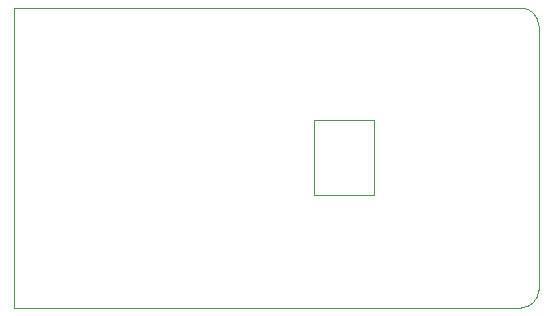
<source format=gm1>
G04 #@! TF.GenerationSoftware,KiCad,Pcbnew,6.0.2+dfsg-1*
G04 #@! TF.CreationDate,2023-09-18T08:20:45-06:00*
G04 #@! TF.ProjectId,ckt-dingdong-flash,636b742d-6469-46e6-9764-6f6e672d666c,rev?*
G04 #@! TF.SameCoordinates,Original*
G04 #@! TF.FileFunction,Profile,NP*
%FSLAX46Y46*%
G04 Gerber Fmt 4.6, Leading zero omitted, Abs format (unit mm)*
G04 Created by KiCad (PCBNEW 6.0.2+dfsg-1) date 2023-09-18 08:20:45*
%MOMM*%
%LPD*%
G01*
G04 APERTURE LIST*
G04 #@! TA.AperFunction,Profile*
%ADD10C,0.100000*%
G04 #@! TD*
G04 APERTURE END LIST*
D10*
X82550000Y-176276000D02*
X82550000Y-153924000D01*
X38100000Y-152400000D02*
X81026000Y-152400000D01*
X81026000Y-177800000D02*
G75*
G03*
X82550000Y-176276000I1J1523999D01*
G01*
X63500000Y-161925000D02*
X68580000Y-161925000D01*
X68580000Y-161925000D02*
X68580000Y-168275000D01*
X68580000Y-168275000D02*
X63500000Y-168275000D01*
X63500000Y-168275000D02*
X63500000Y-161925000D01*
X82550000Y-153924000D02*
G75*
G03*
X81026000Y-152400000I-1523999J1D01*
G01*
X38100000Y-177800000D02*
X81026000Y-177800000D01*
X38100000Y-152400000D02*
X38100000Y-177800000D01*
M02*

</source>
